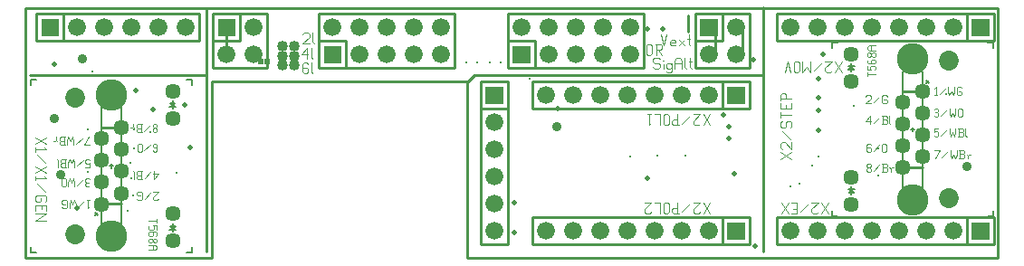
<source format=gbr>
G04 This is an RS-274x file exported by *
G04 gerbv version 2.7.0 *
G04 More information is available about gerbv at *
G04 http://gerbv.geda-project.org/ *
G04 --End of header info--*
%MOIN*%
%FSLAX36Y36*%
%IPPOS*%
G04 --Define apertures--*
%ADD10C,0.0100*%
%ADD11C,0.0060*%
%ADD12C,0.0030*%
%ADD13C,0.0040*%
%ADD14C,0.0050*%
%ADD15C,0.0038*%
%ADD16C,0.0729*%
%ADD17C,0.1162*%
%ADD18C,0.0572*%
%ADD19C,0.0001*%
%ADD20C,0.0660*%
%ADD21C,0.0400*%
%ADD22C,0.0510*%
%ADD23C,0.0940*%
%ADD24C,0.0350*%
%ADD25C,0.0380*%
%ADD26C,0.0200*%
%ADD27C,0.0130*%
G04 --Start main section--*
G54D10*
G01X0900000Y1000000D02*
G01X0900000Y0900000D01*
G01X0825000Y1070000D02*
G01X0825000Y0175000D01*
G01X0825000Y0825000D02*
G01X0175000Y0825000D01*
G54D11*
G01X0448580Y0356730D02*
G01X0432830Y0340980D01*
G01X0432830Y0356730D02*
G01X0448580Y0340980D01*
G54D10*
G01X2700000Y1000000D02*
G01X2700000Y0900000D01*
G01X2800000Y1000000D02*
G01X2800000Y0900000D01*
G01X2875000Y1075000D02*
G01X2875000Y0175000D01*
G01X2875000Y0825000D02*
G01X1810310Y0825000D01*
G01X2600000Y0984690D02*
G01X2600000Y1044690D01*
G01X1810310Y0825000D02*
G01X1785000Y0799690D01*
G54D11*
G01X3451420Y0758430D02*
G01X3467170Y0774170D01*
G01X3467170Y0758430D02*
G01X3451420Y0774170D01*
G54D10*
G01X0170000Y1070000D02*
G01X0825000Y1070000D01*
G54D12*
G01X3257740Y0835040D02*
G01X3257740Y0820040D01*
G01X3257740Y0827540D02*
G01X3287740Y0827540D01*
G01X3257740Y0859040D02*
G01X3257740Y0844040D01*
G01X3257740Y0844040D02*
G01X3272740Y0844040D01*
G01X3272740Y0844040D02*
G01X3268990Y0847790D01*
G01X3268990Y0855290D02*
G01X3268990Y0847790D01*
G01X3268990Y0855290D02*
G01X3272740Y0859040D01*
G01X3272740Y0859040D02*
G01X3283990Y0859040D01*
G01X3287740Y0855290D02*
G01X3283990Y0859040D01*
G01X3287740Y0855290D02*
G01X3287740Y0847790D01*
G01X3283990Y0844040D02*
G01X3287740Y0847790D01*
G01X3257740Y0879290D02*
G01X3261490Y0883040D01*
G01X3257740Y0879290D02*
G01X3257740Y0871790D01*
G01X3261490Y0868040D02*
G01X3257740Y0871790D01*
G01X3261490Y0868040D02*
G01X3283990Y0868040D01*
G01X3283990Y0868040D02*
G01X3287740Y0871790D01*
G01X3271240Y0879290D02*
G01X3274990Y0883040D01*
G01X3271240Y0879290D02*
G01X3271240Y0868040D01*
G01X3287740Y0879290D02*
G01X3287740Y0871790D01*
G01X3287740Y0879290D02*
G01X3283990Y0883040D01*
G01X3274990Y0883040D02*
G01X3283990Y0883040D01*
G01X3283990Y0892040D02*
G01X3287740Y0895790D01*
G01X3277990Y0892040D02*
G01X3283990Y0892040D01*
G01X3277990Y0892040D02*
G01X3272740Y0897290D01*
G01X3272740Y0901790D02*
G01X3272740Y0897290D01*
G01X3272740Y0901790D02*
G01X3277990Y0907040D01*
G01X3277990Y0907040D02*
G01X3283990Y0907040D01*
G01X3287740Y0903290D02*
G01X3283990Y0907040D01*
G01X3287740Y0903290D02*
G01X3287740Y0895790D01*
G01X3267490Y0892040D02*
G01X3272740Y0897290D01*
G01X3261490Y0892040D02*
G01X3267490Y0892040D01*
G01X3261490Y0892040D02*
G01X3257740Y0895790D01*
G01X3257740Y0903290D02*
G01X3257740Y0895790D01*
G01X3257740Y0903290D02*
G01X3261490Y0907040D01*
G01X3261490Y0907040D02*
G01X3267490Y0907040D01*
G01X3272740Y0901790D02*
G01X3267490Y0907040D01*
G01X3265240Y0916040D02*
G01X3287740Y0916040D01*
G01X3265240Y0916040D02*
G01X3257740Y0921290D01*
G01X3257740Y0929540D02*
G01X3257740Y0921290D01*
G01X3257740Y0929540D02*
G01X3265240Y0934790D01*
G01X3265240Y0934790D02*
G01X3287740Y0934790D01*
G01X3272740Y0934790D02*
G01X3272740Y0916040D01*
G01X3252800Y0746390D02*
G01X3256550Y0750140D01*
G01X3256550Y0750140D02*
G01X3267800Y0750140D01*
G01X3267800Y0750140D02*
G01X3271550Y0746390D01*
G01X3271550Y0746390D02*
G01X3271550Y0738890D01*
G01X3252800Y0720140D02*
G01X3271550Y0738890D01*
G01X3252800Y0720140D02*
G01X3271550Y0720140D01*
G01X3280550Y0723890D02*
G01X3303050Y0746390D01*
G01X3327050Y0750140D02*
G01X3330800Y0746390D01*
G01X3315800Y0750140D02*
G01X3327050Y0750140D01*
G01X3312050Y0746390D02*
G01X3315800Y0750140D01*
G01X3312050Y0746390D02*
G01X3312050Y0723890D01*
G01X3312050Y0723890D02*
G01X3315800Y0720140D01*
G01X3315800Y0720140D02*
G01X3327050Y0720140D01*
G01X3327050Y0720140D02*
G01X3330800Y0723890D01*
G01X3330800Y0731390D02*
G01X3330800Y0723890D01*
G01X3327050Y0735140D02*
G01X3330800Y0731390D01*
G01X3319550Y0735140D02*
G01X3327050Y0735140D01*
G01X3252800Y0654810D02*
G01X3267800Y0673560D01*
G01X3252800Y0654810D02*
G01X3271550Y0654810D01*
G01X3267800Y0673560D02*
G01X3267800Y0643560D01*
G01X3280550Y0647310D02*
G01X3303050Y0669810D01*
G01X3312050Y0643560D02*
G01X3327050Y0643560D01*
G01X3327050Y0643560D02*
G01X3330800Y0647310D01*
G01X3330800Y0656310D02*
G01X3330800Y0647310D01*
G01X3327050Y0660060D02*
G01X3330800Y0656310D01*
G01X3315800Y0660060D02*
G01X3327050Y0660060D01*
G01X3315800Y0673560D02*
G01X3315800Y0643560D01*
G01X3312050Y0673560D02*
G01X3327050Y0673560D01*
G01X3327050Y0673560D02*
G01X3330800Y0669810D01*
G01X3330800Y0669810D02*
G01X3330800Y0663810D01*
G01X3327050Y0660060D02*
G01X3330800Y0663810D01*
G01X3339800Y0673560D02*
G01X3339800Y0647310D01*
G01X3339800Y0647310D02*
G01X3343550Y0643560D01*
G01X3267980Y0571990D02*
G01X3271730Y0568240D01*
G01X3260480Y0571990D02*
G01X3267980Y0571990D01*
G01X3256730Y0568240D02*
G01X3260480Y0571990D01*
G01X3256730Y0568240D02*
G01X3256730Y0545740D01*
G01X3256730Y0545740D02*
G01X3260480Y0541990D01*
G01X3267980Y0558490D02*
G01X3271730Y0554740D01*
G01X3256730Y0558490D02*
G01X3267980Y0558490D01*
G01X3260480Y0541990D02*
G01X3267980Y0541990D01*
G01X3267980Y0541990D02*
G01X3271730Y0545740D01*
G01X3271730Y0554740D02*
G01X3271730Y0545740D01*
G01X3280730Y0545740D02*
G01X3303230Y0568240D01*
G01X3312230Y0568240D02*
G01X3312230Y0545740D01*
G01X3312230Y0568240D02*
G01X3315980Y0571990D01*
G01X3315980Y0571990D02*
G01X3323480Y0571990D01*
G01X3323480Y0571990D02*
G01X3327230Y0568240D01*
G01X3327230Y0568240D02*
G01X3327230Y0545740D01*
G01X3323480Y0541990D02*
G01X3327230Y0545740D01*
G01X3315980Y0541990D02*
G01X3323480Y0541990D01*
G01X3312230Y0545740D02*
G01X3315980Y0541990D01*
G01X3256730Y0473100D02*
G01X3260480Y0469350D01*
G01X3256730Y0479100D02*
G01X3256730Y0473100D01*
G01X3256730Y0479100D02*
G01X3261980Y0484350D01*
G01X3261980Y0484350D02*
G01X3266480Y0484350D01*
G01X3266480Y0484350D02*
G01X3271730Y0479100D01*
G01X3271730Y0479100D02*
G01X3271730Y0473100D01*
G01X3267980Y0469350D02*
G01X3271730Y0473100D01*
G01X3260480Y0469350D02*
G01X3267980Y0469350D01*
G01X3256730Y0489600D02*
G01X3261980Y0484350D01*
G01X3256730Y0495600D02*
G01X3256730Y0489600D01*
G01X3256730Y0495600D02*
G01X3260480Y0499350D01*
G01X3260480Y0499350D02*
G01X3267980Y0499350D01*
G01X3267980Y0499350D02*
G01X3271730Y0495600D01*
G01X3271730Y0495600D02*
G01X3271730Y0489600D01*
G01X3266480Y0484350D02*
G01X3271730Y0489600D01*
G01X3280730Y0473100D02*
G01X3303230Y0495600D01*
G01X3312230Y0469350D02*
G01X3327230Y0469350D01*
G01X3327230Y0469350D02*
G01X3330980Y0473100D01*
G01X3330980Y0482100D02*
G01X3330980Y0473100D01*
G01X3327230Y0485850D02*
G01X3330980Y0482100D01*
G01X3315980Y0485850D02*
G01X3327230Y0485850D01*
G01X3315980Y0499350D02*
G01X3315980Y0469350D01*
G01X3312230Y0499350D02*
G01X3327230Y0499350D01*
G01X3327230Y0499350D02*
G01X3330980Y0495600D01*
G01X3330980Y0495600D02*
G01X3330980Y0489600D01*
G01X3327230Y0485850D02*
G01X3330980Y0489600D01*
G01X3343730Y0480600D02*
G01X3343730Y0469350D01*
G01X3343730Y0480600D02*
G01X3347480Y0484350D01*
G01X3347480Y0484350D02*
G01X3354980Y0484350D01*
G01X3339980Y0484350D02*
G01X3343730Y0480600D01*
G01X3504570Y0774850D02*
G01X3510570Y0780850D01*
G01X3510570Y0780850D02*
G01X3510570Y0750850D01*
G01X3504570Y0750850D02*
G01X3515820Y0750850D01*
G01X3524820Y0754600D02*
G01X3547320Y0777100D01*
G01X3556320Y0780850D02*
G01X3556320Y0765850D01*
G01X3556320Y0765850D02*
G01X3560070Y0750850D01*
G01X3560070Y0750850D02*
G01X3567570Y0765850D01*
G01X3567570Y0765850D02*
G01X3575070Y0750850D01*
G01X3575070Y0750850D02*
G01X3578820Y0765850D01*
G01X3578820Y0780850D02*
G01X3578820Y0765850D01*
G01X3602820Y0780850D02*
G01X3606570Y0777100D01*
G01X3591570Y0780850D02*
G01X3602820Y0780850D01*
G01X3587820Y0777100D02*
G01X3591570Y0780850D01*
G01X3587820Y0777100D02*
G01X3587820Y0754600D01*
G01X3587820Y0754600D02*
G01X3591570Y0750850D01*
G01X3591570Y0750850D02*
G01X3602820Y0750850D01*
G01X3602820Y0750850D02*
G01X3606570Y0754600D01*
G01X3606570Y0762100D02*
G01X3606570Y0754600D01*
G01X3602820Y0765850D02*
G01X3606570Y0762100D01*
G01X3595320Y0765850D02*
G01X3602820Y0765850D01*
G01X3505160Y0697570D02*
G01X3508910Y0701320D01*
G01X3508910Y0701320D02*
G01X3516410Y0701320D01*
G01X3516410Y0701320D02*
G01X3520160Y0697570D01*
G01X3516410Y0671320D02*
G01X3520160Y0675070D01*
G01X3508910Y0671320D02*
G01X3516410Y0671320D01*
G01X3505160Y0675070D02*
G01X3508910Y0671320D01*
G01X3508910Y0687820D02*
G01X3516410Y0687820D01*
G01X3520160Y0697570D02*
G01X3520160Y0691570D01*
G01X3520160Y0684070D02*
G01X3520160Y0675070D01*
G01X3520160Y0684070D02*
G01X3516410Y0687820D01*
G01X3520160Y0691570D02*
G01X3516410Y0687820D01*
G01X3529160Y0675070D02*
G01X3551660Y0697570D01*
G01X3560660Y0701320D02*
G01X3560660Y0686320D01*
G01X3560660Y0686320D02*
G01X3564410Y0671320D01*
G01X3564410Y0671320D02*
G01X3571910Y0686320D01*
G01X3571910Y0686320D02*
G01X3579410Y0671320D01*
G01X3579410Y0671320D02*
G01X3583160Y0686320D01*
G01X3583160Y0701320D02*
G01X3583160Y0686320D01*
G01X3592160Y0697570D02*
G01X3592160Y0675070D01*
G01X3592160Y0697570D02*
G01X3595910Y0701320D01*
G01X3595910Y0701320D02*
G01X3603410Y0701320D01*
G01X3603410Y0701320D02*
G01X3607160Y0697570D01*
G01X3607160Y0697570D02*
G01X3607160Y0675070D01*
G01X3603410Y0671320D02*
G01X3607160Y0675070D01*
G01X3595910Y0671320D02*
G01X3603410Y0671320D01*
G01X3592160Y0675070D02*
G01X3595910Y0671320D01*
G01X3505160Y0628680D02*
G01X3520160Y0628680D01*
G01X3505160Y0628680D02*
G01X3505160Y0613680D01*
G01X3505160Y0613680D02*
G01X3508910Y0617430D01*
G01X3508910Y0617430D02*
G01X3516410Y0617430D01*
G01X3516410Y0617430D02*
G01X3520160Y0613680D01*
G01X3520160Y0613680D02*
G01X3520160Y0602430D01*
G01X3516410Y0598680D02*
G01X3520160Y0602430D01*
G01X3508910Y0598680D02*
G01X3516410Y0598680D01*
G01X3505160Y0602430D02*
G01X3508910Y0598680D01*
G01X3529160Y0602430D02*
G01X3551660Y0624930D01*
G01X3560660Y0628680D02*
G01X3560660Y0613680D01*
G01X3560660Y0613680D02*
G01X3564410Y0598680D01*
G01X3564410Y0598680D02*
G01X3571910Y0613680D01*
G01X3571910Y0613680D02*
G01X3579410Y0598680D01*
G01X3579410Y0598680D02*
G01X3583160Y0613680D01*
G01X3583160Y0628680D02*
G01X3583160Y0613680D01*
G01X3592160Y0598680D02*
G01X3607160Y0598680D01*
G01X3607160Y0598680D02*
G01X3610910Y0602430D01*
G01X3610910Y0611430D02*
G01X3610910Y0602430D01*
G01X3607160Y0615180D02*
G01X3610910Y0611430D01*
G01X3595910Y0615180D02*
G01X3607160Y0615180D01*
G01X3595910Y0628680D02*
G01X3595910Y0598680D01*
G01X3592160Y0628680D02*
G01X3607160Y0628680D01*
G01X3607160Y0628680D02*
G01X3610910Y0624930D01*
G01X3610910Y0624930D02*
G01X3610910Y0618930D01*
G01X3607160Y0615180D02*
G01X3610910Y0618930D01*
G01X3619910Y0628680D02*
G01X3619910Y0602430D01*
G01X3619910Y0602430D02*
G01X3623660Y0598680D01*
G01X3508910Y0518170D02*
G01X3523910Y0548170D01*
G01X3505160Y0548170D02*
G01X3523910Y0548170D01*
G01X3532910Y0521920D02*
G01X3555410Y0544420D01*
G01X3564410Y0548170D02*
G01X3564410Y0533170D01*
G01X3564410Y0533170D02*
G01X3568160Y0518170D01*
G01X3568160Y0518170D02*
G01X3575660Y0533170D01*
G01X3575660Y0533170D02*
G01X3583160Y0518170D01*
G01X3583160Y0518170D02*
G01X3586910Y0533170D01*
G01X3586910Y0548170D02*
G01X3586910Y0533170D01*
G01X3595910Y0518170D02*
G01X3610910Y0518170D01*
G01X3610910Y0518170D02*
G01X3614660Y0521920D01*
G01X3614660Y0530920D02*
G01X3614660Y0521920D01*
G01X3610910Y0534670D02*
G01X3614660Y0530920D01*
G01X3599660Y0534670D02*
G01X3610910Y0534670D01*
G01X3599660Y0548170D02*
G01X3599660Y0518170D01*
G01X3595910Y0548170D02*
G01X3610910Y0548170D01*
G01X3610910Y0548170D02*
G01X3614660Y0544420D01*
G01X3614660Y0544420D02*
G01X3614660Y0538420D01*
G01X3610910Y0534670D02*
G01X3614660Y0538420D01*
G01X3627410Y0529420D02*
G01X3627410Y0518170D01*
G01X3627410Y0529420D02*
G01X3631160Y0533170D01*
G01X3631160Y0533170D02*
G01X3638660Y0533170D01*
G01X3623660Y0533170D02*
G01X3627410Y0529420D01*
G54D13*
G01X2500000Y0974690D02*
G01X2510000Y0934690D01*
G01X2510000Y0934690D02*
G01X2520000Y0974690D01*
G01X2537000Y0934690D02*
G01X2552000Y0934690D01*
G01X2532000Y0939690D02*
G01X2537000Y0934690D01*
G01X2532000Y0949690D02*
G01X2532000Y0939690D01*
G01X2532000Y0949690D02*
G01X2537000Y0954690D01*
G01X2537000Y0954690D02*
G01X2547000Y0954690D01*
G01X2547000Y0954690D02*
G01X2552000Y0949690D01*
G01X2532000Y0944690D02*
G01X2552000Y0944690D01*
G01X2552000Y0949690D02*
G01X2552000Y0944690D01*
G01X2564000Y0954690D02*
G01X2584000Y0934690D01*
G01X2564000Y0934690D02*
G01X2584000Y0954690D01*
G01X2601000Y0974690D02*
G01X2601000Y0939690D01*
G01X2601000Y0939690D02*
G01X2606000Y0934690D01*
G01X2596000Y0959690D02*
G01X2606000Y0959690D01*
G01X2445000Y0934690D02*
G01X2445000Y0904690D01*
G01X2445000Y0934690D02*
G01X2450000Y0939690D01*
G01X2450000Y0939690D02*
G01X2460000Y0939690D01*
G01X2460000Y0939690D02*
G01X2465000Y0934690D01*
G01X2465000Y0934690D02*
G01X2465000Y0904690D01*
G01X2460000Y0899690D02*
G01X2465000Y0904690D01*
G01X2450000Y0899690D02*
G01X2460000Y0899690D01*
G01X2445000Y0904690D02*
G01X2450000Y0899690D01*
G01X2477000Y0939690D02*
G01X2497000Y0939690D01*
G01X2497000Y0939690D02*
G01X2502000Y0934690D01*
G01X2502000Y0934690D02*
G01X2502000Y0924690D01*
G01X2497000Y0919690D02*
G01X2502000Y0924690D01*
G01X2482000Y0919690D02*
G01X2497000Y0919690D01*
G01X2482000Y0939690D02*
G01X2482000Y0899690D01*
G01X2490000Y0919690D02*
G01X2502000Y0899690D01*
G01X2490000Y0889690D02*
G01X2495000Y0884690D01*
G01X2475000Y0889690D02*
G01X2490000Y0889690D01*
G01X2470000Y0884690D02*
G01X2475000Y0889690D01*
G01X2470000Y0884690D02*
G01X2470000Y0874690D01*
G01X2470000Y0874690D02*
G01X2475000Y0869690D01*
G01X2475000Y0869690D02*
G01X2490000Y0869690D01*
G01X2490000Y0869690D02*
G01X2495000Y0864690D01*
G01X2495000Y0864690D02*
G01X2495000Y0854690D01*
G01X2490000Y0849690D02*
G01X2495000Y0854690D01*
G01X2475000Y0849690D02*
G01X2490000Y0849690D01*
G01X2470000Y0854690D02*
G01X2475000Y0849690D01*
G54D14*
G01X2507000Y0879690D02*
G01X2507000Y0878690D01*
G54D13*
G01X2507000Y0864690D02*
G01X2507000Y0849690D01*
G01X2532000Y0869690D02*
G01X2537000Y0864690D01*
G01X2522000Y0869690D02*
G01X2532000Y0869690D01*
G01X2517000Y0864690D02*
G01X2522000Y0869690D01*
G01X2517000Y0864690D02*
G01X2517000Y0854690D01*
G01X2517000Y0854690D02*
G01X2522000Y0849690D01*
G01X2522000Y0849690D02*
G01X2532000Y0849690D01*
G01X2532000Y0849690D02*
G01X2537000Y0854690D01*
G01X2517000Y0839690D02*
G01X2522000Y0834690D01*
G01X2522000Y0834690D02*
G01X2532000Y0834690D01*
G01X2532000Y0834690D02*
G01X2537000Y0839690D01*
G01X2537000Y0869690D02*
G01X2537000Y0839690D01*
G01X2549000Y0879690D02*
G01X2549000Y0849690D01*
G01X2549000Y0879690D02*
G01X2556000Y0889690D01*
G01X2556000Y0889690D02*
G01X2567000Y0889690D01*
G01X2567000Y0889690D02*
G01X2574000Y0879690D01*
G01X2574000Y0879690D02*
G01X2574000Y0849690D01*
G01X2549000Y0869690D02*
G01X2574000Y0869690D01*
G01X2586000Y0889690D02*
G01X2586000Y0854690D01*
G01X2586000Y0854690D02*
G01X2591000Y0849690D01*
G01X2606000Y0889690D02*
G01X2606000Y0854690D01*
G01X2606000Y0854690D02*
G01X2611000Y0849690D01*
G01X2601000Y0874690D02*
G01X2611000Y0874690D01*
G54D12*
G01X0395430Y0340310D02*
G01X0389430Y0334310D01*
G01X0389430Y0364310D02*
G01X0389430Y0334310D01*
G01X0384180Y0364310D02*
G01X0395430Y0364310D01*
G01X0375180Y0360560D02*
G01X0352680Y0338060D01*
G01X0343680Y0349310D02*
G01X0343680Y0334310D01*
G01X0343680Y0349310D02*
G01X0339930Y0364310D01*
G01X0339930Y0364310D02*
G01X0332430Y0349310D01*
G01X0332430Y0349310D02*
G01X0324930Y0364310D01*
G01X0324930Y0364310D02*
G01X0321180Y0349310D01*
G01X0321180Y0349310D02*
G01X0321180Y0334310D01*
G01X0297180Y0334310D02*
G01X0293430Y0338060D01*
G01X0297180Y0334310D02*
G01X0308430Y0334310D01*
G01X0312180Y0338060D02*
G01X0308430Y0334310D01*
G01X0312180Y0360560D02*
G01X0312180Y0338060D01*
G01X0312180Y0360560D02*
G01X0308430Y0364310D01*
G01X0297180Y0364310D02*
G01X0308430Y0364310D01*
G01X0297180Y0364310D02*
G01X0293430Y0360560D01*
G01X0293430Y0360560D02*
G01X0293430Y0353060D01*
G01X0297180Y0349310D02*
G01X0293430Y0353060D01*
G01X0297180Y0349310D02*
G01X0304680Y0349310D01*
G01X0394840Y0417590D02*
G01X0391090Y0413840D01*
G01X0383590Y0413840D02*
G01X0391090Y0413840D01*
G01X0383590Y0413840D02*
G01X0379840Y0417590D01*
G01X0383590Y0443840D02*
G01X0379840Y0440090D01*
G01X0383590Y0443840D02*
G01X0391090Y0443840D01*
G01X0394840Y0440090D02*
G01X0391090Y0443840D01*
G01X0383590Y0427340D02*
G01X0391090Y0427340D01*
G01X0379840Y0423590D02*
G01X0379840Y0417590D01*
G01X0379840Y0440090D02*
G01X0379840Y0431090D01*
G01X0379840Y0431090D02*
G01X0383590Y0427340D01*
G01X0379840Y0423590D02*
G01X0383590Y0427340D01*
G01X0370840Y0440090D02*
G01X0348340Y0417590D01*
G01X0339340Y0428840D02*
G01X0339340Y0413840D01*
G01X0339340Y0428840D02*
G01X0335590Y0443840D01*
G01X0335590Y0443840D02*
G01X0328090Y0428840D01*
G01X0328090Y0428840D02*
G01X0320590Y0443840D01*
G01X0320590Y0443840D02*
G01X0316840Y0428840D01*
G01X0316840Y0428840D02*
G01X0316840Y0413840D01*
G01X0307840Y0440090D02*
G01X0307840Y0417590D01*
G01X0307840Y0417590D02*
G01X0304090Y0413840D01*
G01X0296590Y0413840D02*
G01X0304090Y0413840D01*
G01X0296590Y0413840D02*
G01X0292840Y0417590D01*
G01X0292840Y0440090D02*
G01X0292840Y0417590D01*
G01X0296590Y0443840D02*
G01X0292840Y0440090D01*
G01X0296590Y0443840D02*
G01X0304090Y0443840D01*
G01X0307840Y0440090D02*
G01X0304090Y0443840D01*
G01X0379840Y0486480D02*
G01X0394840Y0486480D01*
G01X0394840Y0501480D02*
G01X0394840Y0486480D01*
G01X0394840Y0501480D02*
G01X0391090Y0497730D01*
G01X0383590Y0497730D02*
G01X0391090Y0497730D01*
G01X0383590Y0497730D02*
G01X0379840Y0501480D01*
G01X0379840Y0512730D02*
G01X0379840Y0501480D01*
G01X0383590Y0516480D02*
G01X0379840Y0512730D01*
G01X0383590Y0516480D02*
G01X0391090Y0516480D01*
G01X0394840Y0512730D02*
G01X0391090Y0516480D01*
G01X0370840Y0512730D02*
G01X0348340Y0490230D01*
G01X0339340Y0501480D02*
G01X0339340Y0486480D01*
G01X0339340Y0501480D02*
G01X0335590Y0516480D01*
G01X0335590Y0516480D02*
G01X0328090Y0501480D01*
G01X0328090Y0501480D02*
G01X0320590Y0516480D01*
G01X0320590Y0516480D02*
G01X0316840Y0501480D01*
G01X0316840Y0501480D02*
G01X0316840Y0486480D01*
G01X0292840Y0516480D02*
G01X0307840Y0516480D01*
G01X0292840Y0516480D02*
G01X0289090Y0512730D01*
G01X0289090Y0512730D02*
G01X0289090Y0503730D01*
G01X0292840Y0499980D02*
G01X0289090Y0503730D01*
G01X0292840Y0499980D02*
G01X0304090Y0499980D01*
G01X0304090Y0516480D02*
G01X0304090Y0486480D01*
G01X0292840Y0486480D02*
G01X0307840Y0486480D01*
G01X0292840Y0486480D02*
G01X0289090Y0490230D01*
G01X0289090Y0496230D02*
G01X0289090Y0490230D01*
G01X0292840Y0499980D02*
G01X0289090Y0496230D01*
G01X0280090Y0512730D02*
G01X0280090Y0486480D01*
G01X0280090Y0512730D02*
G01X0276340Y0516480D01*
G01X0642260Y0295120D02*
G01X0642260Y0280120D01*
G01X0612260Y0287620D02*
G01X0642260Y0287620D01*
G01X0642260Y0271120D02*
G01X0642260Y0256120D01*
G01X0627260Y0271120D02*
G01X0642260Y0271120D01*
G01X0627260Y0271120D02*
G01X0631010Y0267370D01*
G01X0631010Y0267370D02*
G01X0631010Y0259870D01*
G01X0631010Y0259870D02*
G01X0627260Y0256120D01*
G01X0616010Y0256120D02*
G01X0627260Y0256120D01*
G01X0612260Y0259870D02*
G01X0616010Y0256120D01*
G01X0612260Y0267370D02*
G01X0612260Y0259870D01*
G01X0616010Y0271120D02*
G01X0612260Y0267370D01*
G01X0642260Y0235870D02*
G01X0638510Y0232120D01*
G01X0642260Y0243370D02*
G01X0642260Y0235870D01*
G01X0638510Y0247120D02*
G01X0642260Y0243370D01*
G01X0616010Y0247120D02*
G01X0638510Y0247120D01*
G01X0616010Y0247120D02*
G01X0612260Y0243370D01*
G01X0628760Y0235870D02*
G01X0625010Y0232120D01*
G01X0628760Y0247120D02*
G01X0628760Y0235870D01*
G01X0612260Y0243370D02*
G01X0612260Y0235870D01*
G01X0612260Y0235870D02*
G01X0616010Y0232120D01*
G01X0616010Y0232120D02*
G01X0625010Y0232120D01*
G01X0616010Y0223120D02*
G01X0612260Y0219370D01*
G01X0616010Y0223120D02*
G01X0622010Y0223120D01*
G01X0622010Y0223120D02*
G01X0627260Y0217870D01*
G01X0627260Y0217870D02*
G01X0627260Y0213370D01*
G01X0627260Y0213370D02*
G01X0622010Y0208120D01*
G01X0616010Y0208120D02*
G01X0622010Y0208120D01*
G01X0612260Y0211870D02*
G01X0616010Y0208120D01*
G01X0612260Y0219370D02*
G01X0612260Y0211870D01*
G01X0632510Y0223120D02*
G01X0627260Y0217870D01*
G01X0632510Y0223120D02*
G01X0638510Y0223120D01*
G01X0638510Y0223120D02*
G01X0642260Y0219370D01*
G01X0642260Y0219370D02*
G01X0642260Y0211870D01*
G01X0642260Y0211870D02*
G01X0638510Y0208120D01*
G01X0632510Y0208120D02*
G01X0638510Y0208120D01*
G01X0627260Y0213370D02*
G01X0632510Y0208120D01*
G01X0612260Y0199120D02*
G01X0634760Y0199120D01*
G01X0634760Y0199120D02*
G01X0642260Y0193870D01*
G01X0642260Y0193870D02*
G01X0642260Y0185620D01*
G01X0642260Y0185620D02*
G01X0634760Y0180370D01*
G01X0612260Y0180370D02*
G01X0634760Y0180370D01*
G01X0627260Y0199120D02*
G01X0627260Y0180370D01*
G01X0647200Y0368770D02*
G01X0643450Y0365020D01*
G01X0632200Y0365020D02*
G01X0643450Y0365020D01*
G01X0632200Y0365020D02*
G01X0628450Y0368770D01*
G01X0628450Y0376270D02*
G01X0628450Y0368770D01*
G01X0647200Y0395020D02*
G01X0628450Y0376270D01*
G01X0628450Y0395020D02*
G01X0647200Y0395020D01*
G01X0619450Y0391270D02*
G01X0596950Y0368770D01*
G01X0572950Y0365020D02*
G01X0569200Y0368770D01*
G01X0572950Y0365020D02*
G01X0584200Y0365020D01*
G01X0587950Y0368770D02*
G01X0584200Y0365020D01*
G01X0587950Y0391270D02*
G01X0587950Y0368770D01*
G01X0587950Y0391270D02*
G01X0584200Y0395020D01*
G01X0572950Y0395020D02*
G01X0584200Y0395020D01*
G01X0572950Y0395020D02*
G01X0569200Y0391270D01*
G01X0569200Y0391270D02*
G01X0569200Y0383770D01*
G01X0572950Y0380020D02*
G01X0569200Y0383770D01*
G01X0572950Y0380020D02*
G01X0580450Y0380020D01*
G01X0647200Y0460340D02*
G01X0632200Y0441590D01*
G01X0628450Y0460340D02*
G01X0647200Y0460340D01*
G01X0632200Y0471590D02*
G01X0632200Y0441590D01*
G01X0619450Y0467840D02*
G01X0596950Y0445340D01*
G01X0572950Y0471590D02*
G01X0587950Y0471590D01*
G01X0572950Y0471590D02*
G01X0569200Y0467840D01*
G01X0569200Y0467840D02*
G01X0569200Y0458840D01*
G01X0572950Y0455090D02*
G01X0569200Y0458840D01*
G01X0572950Y0455090D02*
G01X0584200Y0455090D01*
G01X0584200Y0471590D02*
G01X0584200Y0441590D01*
G01X0572950Y0441590D02*
G01X0587950Y0441590D01*
G01X0572950Y0441590D02*
G01X0569200Y0445340D01*
G01X0569200Y0451340D02*
G01X0569200Y0445340D01*
G01X0572950Y0455090D02*
G01X0569200Y0451340D01*
G01X0560200Y0467840D02*
G01X0560200Y0441590D01*
G01X0560200Y0467840D02*
G01X0556450Y0471590D01*
G01X0632020Y0543170D02*
G01X0628270Y0546920D01*
G01X0632020Y0543170D02*
G01X0639520Y0543170D01*
G01X0643270Y0546920D02*
G01X0639520Y0543170D01*
G01X0643270Y0569420D02*
G01X0643270Y0546920D01*
G01X0643270Y0569420D02*
G01X0639520Y0573170D01*
G01X0632020Y0556670D02*
G01X0628270Y0560420D01*
G01X0632020Y0556670D02*
G01X0643270Y0556670D01*
G01X0632020Y0573170D02*
G01X0639520Y0573170D01*
G01X0632020Y0573170D02*
G01X0628270Y0569420D01*
G01X0628270Y0569420D02*
G01X0628270Y0560420D01*
G01X0619270Y0569420D02*
G01X0596770Y0546920D01*
G01X0587770Y0569420D02*
G01X0587770Y0546920D01*
G01X0587770Y0546920D02*
G01X0584020Y0543170D01*
G01X0576520Y0543170D02*
G01X0584020Y0543170D01*
G01X0576520Y0543170D02*
G01X0572770Y0546920D01*
G01X0572770Y0569420D02*
G01X0572770Y0546920D01*
G01X0576520Y0573170D02*
G01X0572770Y0569420D01*
G01X0576520Y0573170D02*
G01X0584020Y0573170D01*
G01X0587770Y0569420D02*
G01X0584020Y0573170D01*
G01X0391090Y0596990D02*
G01X0376090Y0566990D01*
G01X0376090Y0566990D02*
G01X0394840Y0566990D01*
G01X0367090Y0593240D02*
G01X0344590Y0570740D01*
G01X0335590Y0581990D02*
G01X0335590Y0566990D01*
G01X0335590Y0581990D02*
G01X0331840Y0596990D01*
G01X0331840Y0596990D02*
G01X0324340Y0581990D01*
G01X0324340Y0581990D02*
G01X0316840Y0596990D01*
G01X0316840Y0596990D02*
G01X0313090Y0581990D01*
G01X0313090Y0581990D02*
G01X0313090Y0566990D01*
G01X0289090Y0596990D02*
G01X0304090Y0596990D01*
G01X0289090Y0596990D02*
G01X0285340Y0593240D01*
G01X0285340Y0593240D02*
G01X0285340Y0584240D01*
G01X0289090Y0580490D02*
G01X0285340Y0584240D01*
G01X0289090Y0580490D02*
G01X0300340Y0580490D01*
G01X0300340Y0596990D02*
G01X0300340Y0566990D01*
G01X0289090Y0566990D02*
G01X0304090Y0566990D01*
G01X0289090Y0566990D02*
G01X0285340Y0570740D01*
G01X0285340Y0576740D02*
G01X0285340Y0570740D01*
G01X0289090Y0580490D02*
G01X0285340Y0576740D01*
G01X0272590Y0596990D02*
G01X0272590Y0585740D01*
G01X0272590Y0585740D02*
G01X0268840Y0581990D01*
G01X0261340Y0581990D02*
G01X0268840Y0581990D01*
G01X0276340Y0581990D02*
G01X0272590Y0585740D01*
G01X0643270Y0642060D02*
G01X0639520Y0645810D01*
G01X0643270Y0642060D02*
G01X0643270Y0636060D01*
G01X0643270Y0636060D02*
G01X0638020Y0630810D01*
G01X0633520Y0630810D02*
G01X0638020Y0630810D01*
G01X0633520Y0630810D02*
G01X0628270Y0636060D01*
G01X0628270Y0642060D02*
G01X0628270Y0636060D01*
G01X0632020Y0645810D02*
G01X0628270Y0642060D01*
G01X0632020Y0645810D02*
G01X0639520Y0645810D01*
G01X0643270Y0625560D02*
G01X0638020Y0630810D01*
G01X0643270Y0625560D02*
G01X0643270Y0619560D01*
G01X0643270Y0619560D02*
G01X0639520Y0615810D01*
G01X0632020Y0615810D02*
G01X0639520Y0615810D01*
G01X0632020Y0615810D02*
G01X0628270Y0619560D01*
G01X0628270Y0625560D02*
G01X0628270Y0619560D01*
G01X0633520Y0630810D02*
G01X0628270Y0625560D01*
G01X0619270Y0642060D02*
G01X0596770Y0619560D01*
G01X0572770Y0645810D02*
G01X0587770Y0645810D01*
G01X0572770Y0645810D02*
G01X0569020Y0642060D01*
G01X0569020Y0642060D02*
G01X0569020Y0633060D01*
G01X0572770Y0629310D02*
G01X0569020Y0633060D01*
G01X0572770Y0629310D02*
G01X0584020Y0629310D01*
G01X0584020Y0645810D02*
G01X0584020Y0615810D01*
G01X0572770Y0615810D02*
G01X0587770Y0615810D01*
G01X0572770Y0615810D02*
G01X0569020Y0619560D01*
G01X0569020Y0625560D02*
G01X0569020Y0619560D01*
G01X0572770Y0629310D02*
G01X0569020Y0625560D01*
G01X0556270Y0645810D02*
G01X0556270Y0634560D01*
G01X0556270Y0634560D02*
G01X0552520Y0630810D01*
G01X0545020Y0630810D02*
G01X0552520Y0630810D01*
G01X0560020Y0630810D02*
G01X0556270Y0634560D01*
G54D15*
G01X1194400Y0870400D02*
G01X1199200Y0865600D01*
G01X1184800Y0870400D02*
G01X1194400Y0870400D01*
G01X1180000Y0865600D02*
G01X1184800Y0870400D01*
G01X1180000Y0865600D02*
G01X1180000Y0836800D01*
G01X1180000Y0836800D02*
G01X1184800Y0832000D01*
G01X1194400Y0853120D02*
G01X1199200Y0848320D01*
G01X1180000Y0853120D02*
G01X1194400Y0853120D01*
G01X1184800Y0832000D02*
G01X1194400Y0832000D01*
G01X1194400Y0832000D02*
G01X1199200Y0836800D01*
G01X1199200Y0848320D02*
G01X1199200Y0836800D01*
G01X1210720Y0870400D02*
G01X1210720Y0836800D01*
G01X1210720Y0836800D02*
G01X1215520Y0832000D01*
G01X1175000Y0901050D02*
G01X1194400Y0925300D01*
G01X1175000Y0901050D02*
G01X1199250Y0901050D01*
G01X1194400Y0925300D02*
G01X1194400Y0886500D01*
G01X1210890Y0925300D02*
G01X1210890Y0891350D01*
G01X1210890Y0891350D02*
G01X1215740Y0886500D01*
G01X1180000Y0975600D02*
G01X1184800Y0980400D01*
G01X1184800Y0980400D02*
G01X1199200Y0980400D01*
G01X1199200Y0980400D02*
G01X1204000Y0975600D01*
G01X1204000Y0975600D02*
G01X1204000Y0966000D01*
G01X1180000Y0942000D02*
G01X1204000Y0966000D01*
G01X1180000Y0942000D02*
G01X1204000Y0942000D01*
G01X1215520Y0980400D02*
G01X1215520Y0946800D01*
G01X1215520Y0946800D02*
G01X1220320Y0942000D01*
G54D11*
G01X3200200Y0392720D02*
G01X3200200Y0384840D01*
G01X3200200Y0414370D02*
G01X3200200Y0406500D01*
G01X3188390Y0406500D02*
G01X3212010Y0406500D01*
G01X3190350Y0392720D02*
G01X3210040Y0392720D01*
G01X3200200Y0402560D02*
G01X3210040Y0392720D01*
G01X3190350Y0392720D02*
G01X3200200Y0402560D01*
G01X3189610Y0845670D02*
G01X3199450Y0855510D01*
G01X3199450Y0855510D02*
G01X3209290Y0845670D01*
G01X3189610Y0845670D02*
G01X3209290Y0845670D01*
G01X3187640Y0859450D02*
G01X3211260Y0859450D01*
G01X3199450Y0867320D02*
G01X3199450Y0859450D01*
G01X3199450Y0845670D02*
G01X3199450Y0837800D01*
G54D10*
G01X3389570Y0764760D02*
G01X3460430Y0764760D01*
G01X3389570Y0485240D02*
G01X3460430Y0485240D01*
G54D11*
G01X3460430Y0839570D02*
G01X3460430Y0408460D01*
G01X3389570Y0839570D02*
G01X3389570Y0408460D01*
G01X3425000Y0632870D02*
G01X3425000Y0617130D01*
G01X3417130Y0625000D02*
G01X3432870Y0625000D01*
G01X3700590Y0306100D02*
G01X3720280Y0306100D01*
G01X3720280Y0325790D02*
G01X3720280Y0306100D01*
G01X3700590Y0943900D02*
G01X3720280Y0943900D01*
G01X3720280Y0943900D02*
G01X3720280Y0924210D01*
G01X3129720Y0306100D02*
G01X3149410Y0306100D01*
G01X3129720Y0325790D02*
G01X3129720Y0306100D01*
G01X3129720Y0943900D02*
G01X3149410Y0943900D01*
G01X3129720Y0943900D02*
G01X3129720Y0924210D01*
G01X3476180Y0796260D02*
G01X3486020Y0806100D01*
G01X3486020Y0796260D02*
G01X3476180Y0806100D01*
G54D10*
G01X2025000Y0800000D02*
G01X2825000Y0800000D01*
G01X2025000Y0800000D02*
G01X2025000Y0700000D01*
G01X2025000Y0700000D02*
G01X2825000Y0700000D01*
G01X2825000Y0800000D02*
G01X2825000Y0700000D01*
G01X2725000Y0800000D02*
G01X2725000Y0700000D01*
G01X2725000Y0700000D02*
G01X2825000Y0700000D01*
G01X1935000Y0850000D02*
G01X2435000Y0850000D01*
G01X2435000Y1050000D02*
G01X2435000Y0850000D01*
G01X1935000Y1050000D02*
G01X2435000Y1050000D01*
G01X1935000Y1050000D02*
G01X1935000Y0850000D01*
G01X2035000Y0950000D02*
G01X2035000Y0850000D01*
G01X1935000Y0950000D02*
G01X2035000Y0950000D01*
G01X2625000Y1050000D02*
G01X2625000Y0850000D01*
G01X2625000Y0850000D02*
G01X2825000Y0850000D01*
G01X2825000Y0850000D02*
G01X2825000Y1050000D01*
G01X2825000Y1050000D02*
G01X2625000Y1050000D01*
G01X2625000Y0950000D02*
G01X2725000Y0950000D01*
G01X2725000Y0950000D02*
G01X2725000Y1050000D01*
G01X2025000Y0300000D02*
G01X2825000Y0300000D01*
G01X2025000Y0300000D02*
G01X2025000Y0200000D01*
G01X2025000Y0200000D02*
G01X2825000Y0200000D01*
G01X2825000Y0300000D02*
G01X2825000Y0200000D01*
G01X2725000Y0300000D02*
G01X2725000Y0200000D01*
G01X2725000Y0200000D02*
G01X2825000Y0200000D01*
G01X2925000Y0300000D02*
G01X3725000Y0300000D01*
G01X2925000Y0300000D02*
G01X2925000Y0200000D01*
G01X2925000Y0200000D02*
G01X3725000Y0200000D01*
G01X3725000Y0300000D02*
G01X3725000Y0200000D01*
G01X3625000Y0300000D02*
G01X3625000Y0200000D01*
G01X3625000Y0200000D02*
G01X3725000Y0200000D01*
G01X2925000Y1050000D02*
G01X3725000Y1050000D01*
G01X2925000Y1050000D02*
G01X2925000Y0950000D01*
G01X2925000Y0950000D02*
G01X3725000Y0950000D01*
G01X3725000Y1050000D02*
G01X3725000Y0950000D01*
G01X3625000Y1050000D02*
G01X3625000Y0950000D01*
G01X3625000Y0950000D02*
G01X3725000Y0950000D01*
G01X1835000Y0800000D02*
G01X1835000Y0200000D01*
G01X1835000Y0200000D02*
G01X1935000Y0200000D01*
G01X1935000Y0200000D02*
G01X1935000Y0800000D01*
G01X1935000Y0800000D02*
G01X1835000Y0800000D01*
G01X1835000Y0700000D02*
G01X1935000Y0700000D01*
G01X1935000Y0700000D02*
G01X1935000Y0800000D01*
G01X1240000Y0850000D02*
G01X1740000Y0850000D01*
G01X1740000Y1050000D02*
G01X1740000Y0850000D01*
G01X1240000Y1050000D02*
G01X1740000Y1050000D01*
G01X1240000Y1050000D02*
G01X1240000Y0850000D01*
G01X1340000Y0950000D02*
G01X1340000Y0850000D01*
G01X1240000Y0950000D02*
G01X1340000Y0950000D01*
G54D11*
G01X0700240Y0730390D02*
G01X0700240Y0722520D01*
G01X0700240Y0708740D02*
G01X0700240Y0700870D01*
G01X0688430Y0708740D02*
G01X0712050Y0708740D01*
G01X0690390Y0722520D02*
G01X0710080Y0722520D01*
G01X0700240Y0712680D02*
G01X0690390Y0722520D01*
G01X0710080Y0722520D02*
G01X0700240Y0712680D01*
G01X0710830Y0269570D02*
G01X0700980Y0259720D01*
G01X0700980Y0259720D02*
G01X0691140Y0269570D01*
G01X0691140Y0269570D02*
G01X0710830Y0269570D01*
G01X0689170Y0255790D02*
G01X0712800Y0255790D01*
G01X0700980Y0255790D02*
G01X0700980Y0247910D01*
G01X0700980Y0277440D02*
G01X0700980Y0269570D01*
G54D10*
G01X0440000Y0350470D02*
G01X0510870Y0350470D01*
G01X0440000Y0630000D02*
G01X0510870Y0630000D01*
G54D11*
G01X0440000Y0706770D02*
G01X0440000Y0275670D01*
G01X0510870Y0706770D02*
G01X0510870Y0275670D01*
G01X0475430Y0498110D02*
G01X0475430Y0482360D01*
G01X0467560Y0490240D02*
G01X0483310Y0490240D01*
G01X0180160Y0809130D02*
G01X0199840Y0809130D01*
G01X0180160Y0809130D02*
G01X0180160Y0789450D01*
G01X0180160Y0171340D02*
G01X0199840Y0171340D01*
G01X0180160Y0191020D02*
G01X0180160Y0171340D01*
G01X0751020Y0809130D02*
G01X0770710Y0809130D01*
G01X0770710Y0809130D02*
G01X0770710Y0789450D01*
G01X0751020Y0171340D02*
G01X0770710Y0171340D01*
G01X0770710Y0191020D02*
G01X0770710Y0171340D01*
G01X0424250Y0318980D02*
G01X0414410Y0309130D01*
G01X0414410Y0318980D02*
G01X0424250Y0309130D01*
G54D10*
G01X0200000Y0950000D02*
G01X0800000Y0950000D01*
G01X0800000Y1050000D02*
G01X0800000Y0950000D01*
G01X0200000Y1050000D02*
G01X0800000Y1050000D01*
G01X0200000Y1050000D02*
G01X0200000Y0950000D01*
G01X0300000Y1050000D02*
G01X0300000Y0950000D01*
G01X0200000Y1050000D02*
G01X0300000Y1050000D01*
G01X0850000Y1050000D02*
G01X0850000Y0850000D01*
G01X0850000Y0850000D02*
G01X1050000Y0850000D01*
G01X1050000Y0850000D02*
G01X1050000Y1050000D01*
G01X1050000Y1050000D02*
G01X0850000Y1050000D01*
G01X0850000Y0950000D02*
G01X0950000Y0950000D01*
G01X0950000Y0950000D02*
G01X0950000Y1050000D01*
G54D13*
G01X2980000Y0515000D02*
G01X2940000Y0540000D01*
G01X2940000Y0515000D02*
G01X2980000Y0540000D01*
G01X2945000Y0552000D02*
G01X2940000Y0557000D01*
G01X2940000Y0572000D02*
G01X2940000Y0557000D01*
G01X2940000Y0572000D02*
G01X2945000Y0577000D01*
G01X2945000Y0577000D02*
G01X2955000Y0577000D01*
G01X2980000Y0552000D02*
G01X2955000Y0577000D01*
G01X2980000Y0577000D02*
G01X2980000Y0552000D01*
G01X2975000Y0589000D02*
G01X2945000Y0619000D01*
G01X2940000Y0651000D02*
G01X2945000Y0656000D01*
G01X2940000Y0651000D02*
G01X2940000Y0636000D01*
G01X2945000Y0631000D02*
G01X2940000Y0636000D01*
G01X2945000Y0631000D02*
G01X2955000Y0631000D01*
G01X2955000Y0631000D02*
G01X2960000Y0636000D01*
G01X2960000Y0651000D02*
G01X2960000Y0636000D01*
G01X2960000Y0651000D02*
G01X2965000Y0656000D01*
G01X2965000Y0656000D02*
G01X2975000Y0656000D01*
G01X2980000Y0651000D02*
G01X2975000Y0656000D01*
G01X2980000Y0651000D02*
G01X2980000Y0636000D01*
G01X2975000Y0631000D02*
G01X2980000Y0636000D01*
G01X2940000Y0688000D02*
G01X2940000Y0668000D01*
G01X2940000Y0678000D02*
G01X2980000Y0678000D01*
G01X2958000Y0715000D02*
G01X2958000Y0700000D01*
G01X2980000Y0720000D02*
G01X2980000Y0700000D01*
G01X2940000Y0700000D02*
G01X2980000Y0700000D01*
G01X2940000Y0720000D02*
G01X2940000Y0700000D01*
G01X2940000Y0737000D02*
G01X2980000Y0737000D01*
G01X2940000Y0752000D02*
G01X2940000Y0732000D01*
G01X2940000Y0752000D02*
G01X2945000Y0757000D01*
G01X2945000Y0757000D02*
G01X2955000Y0757000D01*
G01X2960000Y0752000D02*
G01X2955000Y0757000D01*
G01X2960000Y0752000D02*
G01X2960000Y0737000D01*
G01X2680000Y0680000D02*
G01X2655000Y0640000D01*
G01X2680000Y0640000D02*
G01X2655000Y0680000D01*
G01X2643000Y0645000D02*
G01X2638000Y0640000D01*
G01X2623000Y0640000D02*
G01X2638000Y0640000D01*
G01X2623000Y0640000D02*
G01X2618000Y0645000D01*
G01X2618000Y0655000D02*
G01X2618000Y0645000D01*
G01X2643000Y0680000D02*
G01X2618000Y0655000D01*
G01X2618000Y0680000D02*
G01X2643000Y0680000D01*
G01X2606000Y0675000D02*
G01X2576000Y0645000D01*
G01X2559000Y0680000D02*
G01X2559000Y0640000D01*
G01X2544000Y0640000D02*
G01X2564000Y0640000D01*
G01X2544000Y0640000D02*
G01X2539000Y0645000D01*
G01X2539000Y0655000D02*
G01X2539000Y0645000D01*
G01X2544000Y0660000D02*
G01X2539000Y0655000D01*
G01X2544000Y0660000D02*
G01X2559000Y0660000D01*
G01X2527000Y0675000D02*
G01X2527000Y0645000D01*
G01X2527000Y0645000D02*
G01X2522000Y0640000D01*
G01X2512000Y0640000D02*
G01X2522000Y0640000D01*
G01X2512000Y0640000D02*
G01X2507000Y0645000D01*
G01X2507000Y0675000D02*
G01X2507000Y0645000D01*
G01X2512000Y0680000D02*
G01X2507000Y0675000D01*
G01X2512000Y0680000D02*
G01X2522000Y0680000D01*
G01X2527000Y0675000D02*
G01X2522000Y0680000D01*
G01X2495000Y0680000D02*
G01X2495000Y0640000D01*
G01X2475000Y0680000D02*
G01X2495000Y0680000D01*
G01X2463000Y0648000D02*
G01X2455000Y0640000D01*
G01X2455000Y0680000D02*
G01X2455000Y0640000D01*
G01X2448000Y0680000D02*
G01X2463000Y0680000D01*
G01X3165000Y0875000D02*
G01X3140000Y0835000D01*
G01X3165000Y0835000D02*
G01X3140000Y0875000D01*
G01X3128000Y0840000D02*
G01X3123000Y0835000D01*
G01X3108000Y0835000D02*
G01X3123000Y0835000D01*
G01X3108000Y0835000D02*
G01X3103000Y0840000D01*
G01X3103000Y0850000D02*
G01X3103000Y0840000D01*
G01X3128000Y0875000D02*
G01X3103000Y0850000D01*
G01X3103000Y0875000D02*
G01X3128000Y0875000D01*
G01X3091000Y0870000D02*
G01X3061000Y0840000D01*
G01X3049000Y0875000D02*
G01X3049000Y0835000D01*
G01X3049000Y0835000D02*
G01X3034000Y0855000D01*
G01X3034000Y0855000D02*
G01X3019000Y0835000D01*
G01X3019000Y0875000D02*
G01X3019000Y0835000D01*
G01X3007000Y0870000D02*
G01X3007000Y0840000D01*
G01X3007000Y0840000D02*
G01X3002000Y0835000D01*
G01X2992000Y0835000D02*
G01X3002000Y0835000D01*
G01X2992000Y0835000D02*
G01X2987000Y0840000D01*
G01X2987000Y0870000D02*
G01X2987000Y0840000D01*
G01X2992000Y0875000D02*
G01X2987000Y0870000D01*
G01X2992000Y0875000D02*
G01X3002000Y0875000D01*
G01X3007000Y0870000D02*
G01X3002000Y0875000D01*
G01X2975000Y0835000D02*
G01X2965000Y0875000D01*
G01X2965000Y0875000D02*
G01X2955000Y0835000D01*
G01X2680000Y0355000D02*
G01X2655000Y0315000D01*
G01X2680000Y0315000D02*
G01X2655000Y0355000D01*
G01X2643000Y0320000D02*
G01X2638000Y0315000D01*
G01X2623000Y0315000D02*
G01X2638000Y0315000D01*
G01X2623000Y0315000D02*
G01X2618000Y0320000D01*
G01X2618000Y0330000D02*
G01X2618000Y0320000D01*
G01X2643000Y0355000D02*
G01X2618000Y0330000D01*
G01X2618000Y0355000D02*
G01X2643000Y0355000D01*
G01X2606000Y0350000D02*
G01X2576000Y0320000D01*
G01X2559000Y0355000D02*
G01X2559000Y0315000D01*
G01X2544000Y0315000D02*
G01X2564000Y0315000D01*
G01X2544000Y0315000D02*
G01X2539000Y0320000D01*
G01X2539000Y0330000D02*
G01X2539000Y0320000D01*
G01X2544000Y0335000D02*
G01X2539000Y0330000D01*
G01X2544000Y0335000D02*
G01X2559000Y0335000D01*
G01X2527000Y0350000D02*
G01X2527000Y0320000D01*
G01X2527000Y0320000D02*
G01X2522000Y0315000D01*
G01X2512000Y0315000D02*
G01X2522000Y0315000D01*
G01X2512000Y0315000D02*
G01X2507000Y0320000D01*
G01X2507000Y0350000D02*
G01X2507000Y0320000D01*
G01X2512000Y0355000D02*
G01X2507000Y0350000D01*
G01X2512000Y0355000D02*
G01X2522000Y0355000D01*
G01X2527000Y0350000D02*
G01X2522000Y0355000D01*
G01X2495000Y0355000D02*
G01X2495000Y0315000D01*
G01X2475000Y0355000D02*
G01X2495000Y0355000D01*
G01X2463000Y0320000D02*
G01X2458000Y0315000D01*
G01X2443000Y0315000D02*
G01X2458000Y0315000D01*
G01X2443000Y0315000D02*
G01X2438000Y0320000D01*
G01X2438000Y0330000D02*
G01X2438000Y0320000D01*
G01X2463000Y0355000D02*
G01X2438000Y0330000D01*
G01X2438000Y0355000D02*
G01X2463000Y0355000D01*
G01X3115000Y0355000D02*
G01X3090000Y0315000D01*
G01X3115000Y0315000D02*
G01X3090000Y0355000D01*
G01X3078000Y0320000D02*
G01X3073000Y0315000D01*
G01X3058000Y0315000D02*
G01X3073000Y0315000D01*
G01X3058000Y0315000D02*
G01X3053000Y0320000D01*
G01X3053000Y0330000D02*
G01X3053000Y0320000D01*
G01X3078000Y0355000D02*
G01X3053000Y0330000D01*
G01X3053000Y0355000D02*
G01X3078000Y0355000D01*
G01X3041000Y0350000D02*
G01X3011000Y0320000D01*
G01X2984000Y0333000D02*
G01X2999000Y0333000D01*
G01X2979000Y0355000D02*
G01X2999000Y0355000D01*
G01X2999000Y0355000D02*
G01X2999000Y0315000D01*
G01X2979000Y0315000D02*
G01X2999000Y0315000D01*
G01X2967000Y0355000D02*
G01X2942000Y0315000D01*
G01X2967000Y0315000D02*
G01X2942000Y0355000D01*
G01X0195430Y0595240D02*
G01X0235430Y0570240D01*
G01X0235430Y0595240D02*
G01X0195430Y0570240D01*
G01X0227430Y0558240D02*
G01X0235430Y0550240D01*
G01X0195430Y0550240D02*
G01X0235430Y0550240D01*
G01X0195430Y0558240D02*
G01X0195430Y0543240D01*
G01X0200430Y0531240D02*
G01X0230430Y0501240D01*
G01X0195430Y0489240D02*
G01X0235430Y0464240D01*
G01X0235430Y0489240D02*
G01X0195430Y0464240D01*
G01X0227430Y0452240D02*
G01X0235430Y0444240D01*
G01X0195430Y0444240D02*
G01X0235430Y0444240D01*
G01X0195430Y0452240D02*
G01X0195430Y0437240D01*
G01X0200430Y0425240D02*
G01X0230430Y0395240D01*
G01X0235430Y0363240D02*
G01X0230430Y0358240D01*
G01X0235430Y0378240D02*
G01X0235430Y0363240D01*
G01X0230430Y0383240D02*
G01X0235430Y0378240D01*
G01X0200430Y0383240D02*
G01X0230430Y0383240D01*
G01X0200430Y0383240D02*
G01X0195430Y0378240D01*
G01X0195430Y0378240D02*
G01X0195430Y0363240D01*
G01X0195430Y0363240D02*
G01X0200430Y0358240D01*
G01X0200430Y0358240D02*
G01X0210430Y0358240D01*
G01X0215430Y0363240D02*
G01X0210430Y0358240D01*
G01X0215430Y0373240D02*
G01X0215430Y0363240D01*
G01X0217430Y0346240D02*
G01X0217430Y0331240D01*
G01X0195430Y0346240D02*
G01X0195430Y0326240D01*
G01X0195430Y0346240D02*
G01X0235430Y0346240D01*
G01X0235430Y0346240D02*
G01X0235430Y0326240D01*
G01X0195430Y0314240D02*
G01X0235430Y0314240D01*
G01X0235430Y0314240D02*
G01X0195430Y0289240D01*
G01X0195430Y0289240D02*
G01X0235430Y0289240D01*
G01X0000000Y0000000D02*
G54D10*
G01X3740000Y0150000D02*
G01X1785000Y0150000D01*
G01X3740000Y0150000D02*
G01X3740000Y1070000D01*
G01X1785000Y0800000D02*
G01X1785000Y0150000D01*
G01X0845000Y0800000D02*
G01X1785000Y0800000D01*
G01X0845000Y0150000D02*
G01X0845000Y0800000D01*
G01X0160000Y0150000D02*
G01X0845000Y0150000D01*
G01X0160000Y0150000D02*
G01X0160000Y1070000D01*
G01X0160000Y1070000D02*
G01X3740000Y1070000D01*
G01X0000000Y0000000D02*
G54D16*
G01X0340390Y0238270D03*
G54D17*
G01X0475430Y0230390D03*
G54D18*
G01X0440000Y0510310D03*
G01X0440000Y0430000D03*
G01X0440000Y0349690D03*
G01X0510870Y0470160D03*
G01X0510870Y0389840D03*
G01X0700240Y0214650D03*
G01X0700240Y0315040D03*
G54D19*
G36*
G01X1852000Y0783000D02*
G01X1852000Y0717000D01*
G01X1918000Y0717000D01*
G01X1918000Y0783000D01*
G01X1852000Y0783000D01*
G37*
G54D20*
G01X1885000Y0650000D03*
G01X1885000Y0550000D03*
G01X1885000Y0450000D03*
G01X1885000Y0350000D03*
G01X1885000Y0250000D03*
G54D19*
G36*
G01X1257000Y0933000D02*
G01X1257000Y0867000D01*
G01X1323000Y0867000D01*
G01X1323000Y0933000D01*
G01X1257000Y0933000D01*
G37*
G54D20*
G01X1390000Y0900000D03*
G01X1490000Y0900000D03*
G01X1590000Y0900000D03*
G01X1290000Y1000000D03*
G01X1390000Y1000000D03*
G01X1490000Y1000000D03*
G01X1590000Y1000000D03*
G01X1690000Y1000000D03*
G01X1985000Y1000000D03*
G01X1690000Y0900000D03*
G54D19*
G36*
G01X1952000Y0933000D02*
G01X1952000Y0867000D01*
G01X2018000Y0867000D01*
G01X2018000Y0933000D01*
G01X1952000Y0933000D01*
G37*
G54D20*
G01X2085000Y0900000D03*
G01X2085000Y1000000D03*
G54D19*
G36*
G01X0867000Y1033000D02*
G01X0867000Y0967000D01*
G01X0933000Y0967000D01*
G01X0933000Y1033000D01*
G01X0867000Y1033000D01*
G37*
G54D20*
G01X1000000Y1000000D03*
G01X0900000Y0900000D03*
G01X1000000Y0900000D03*
G54D18*
G01X0440000Y0590630D03*
G01X0510870Y0550470D03*
G01X0510870Y0630790D03*
G01X0700240Y0665430D03*
G01X0700240Y0765830D03*
G54D16*
G01X0340390Y0742200D03*
G54D17*
G01X0475430Y0750080D03*
G54D19*
G36*
G01X0217000Y1033000D02*
G01X0217000Y0967000D01*
G01X0283000Y0967000D01*
G01X0283000Y1033000D01*
G01X0217000Y1033000D01*
G37*
G54D20*
G01X0350000Y1000000D03*
G01X0450000Y1000000D03*
G01X0550000Y1000000D03*
G01X0650000Y1000000D03*
G01X0750000Y1000000D03*
G54D18*
G01X3389570Y0645080D03*
G54D16*
G01X3560040Y0876970D03*
G54D17*
G01X3425000Y0884840D03*
G54D18*
G01X3460430Y0604920D03*
G01X3460430Y0685240D03*
G01X3460430Y0765550D03*
G01X3200200Y0449800D03*
G01X3200200Y0349410D03*
G54D16*
G01X3560040Y0373030D03*
G54D17*
G01X3425000Y0365160D03*
G54D18*
G01X3460430Y0524610D03*
G01X3389570Y0564760D03*
G01X3389570Y0484450D03*
G54D19*
G36*
G01X2742000Y0283000D02*
G01X2742000Y0217000D01*
G01X2808000Y0217000D01*
G01X2808000Y0283000D01*
G01X2742000Y0283000D01*
G37*
G54D20*
G01X2675000Y0250000D03*
G01X2575000Y0250000D03*
G01X2475000Y0250000D03*
G01X2375000Y0250000D03*
G01X2275000Y0250000D03*
G01X2175000Y0250000D03*
G01X2075000Y0250000D03*
G54D19*
G36*
G01X3642000Y0283000D02*
G01X3642000Y0217000D01*
G01X3708000Y0217000D01*
G01X3708000Y0283000D01*
G01X3642000Y0283000D01*
G37*
G54D20*
G01X3575000Y0250000D03*
G01X3475000Y0250000D03*
G01X3375000Y0250000D03*
G01X3275000Y0250000D03*
G01X3175000Y0250000D03*
G01X3075000Y0250000D03*
G01X2975000Y0250000D03*
G54D18*
G01X3389570Y0725390D03*
G01X3200200Y0900590D03*
G01X3200200Y0800200D03*
G54D19*
G36*
G01X3642000Y1033000D02*
G01X3642000Y0967000D01*
G01X3708000Y0967000D01*
G01X3708000Y1033000D01*
G01X3642000Y1033000D01*
G37*
G54D20*
G01X3575000Y1000000D03*
G01X3475000Y1000000D03*
G01X3375000Y1000000D03*
G01X3275000Y1000000D03*
G01X3175000Y1000000D03*
G01X3075000Y1000000D03*
G01X2975000Y1000000D03*
G54D19*
G36*
G01X2742000Y0783000D02*
G01X2742000Y0717000D01*
G01X2808000Y0717000D01*
G01X2808000Y0783000D01*
G01X2742000Y0783000D01*
G37*
G54D20*
G01X2775000Y0900000D03*
G01X2775000Y1000000D03*
G01X2675000Y0750000D03*
G54D19*
G36*
G01X2642000Y1033000D02*
G01X2642000Y0967000D01*
G01X2708000Y0967000D01*
G01X2708000Y1033000D01*
G01X2642000Y1033000D01*
G37*
G54D20*
G01X2675000Y0900000D03*
G01X2575000Y0750000D03*
G01X2475000Y0750000D03*
G01X2375000Y0750000D03*
G01X2275000Y0750000D03*
G01X2385000Y0900000D03*
G01X2385000Y1000000D03*
G01X2175000Y0750000D03*
G01X2075000Y0750000D03*
G01X2185000Y0900000D03*
G01X2185000Y1000000D03*
G01X2285000Y0900000D03*
G01X2285000Y1000000D03*
G54D21*
G01X1105000Y0860000D03*
G01X1105000Y0895000D03*
G01X1105000Y0930000D03*
G01X1150000Y0860000D03*
G01X1150000Y0895000D03*
G01X1150000Y0930000D03*
G54D19*
G36*
G01X1037750Y0885870D02*
G01X1037750Y0864130D01*
G01X1059490Y0864130D01*
G01X1059490Y0885870D01*
G01X1037750Y0885870D01*
G37*
G36*
G01X1014130Y0885870D02*
G01X1014130Y0864130D01*
G01X1035870Y0864130D01*
G01X1035870Y0885870D01*
G01X1014130Y0885870D01*
G37*
G01X0000000Y0000000D02*
G54D27*
G01X0390000Y0624700D03*
G01X0390000Y0469700D03*
G01X0405000Y0839700D03*
G01X0535000Y0325000D03*
G01X0545000Y0500000D03*
G01X0550000Y0445000D03*
G01X0556000Y0383000D03*
G01X0557000Y0555000D03*
G01X0560000Y0625000D03*
G01X0620000Y0615000D03*
G01X0715000Y0465000D03*
G01X1105000Y0930000D03*
G01X1105000Y0895000D03*
G01X1105000Y0860000D03*
G01X1150000Y0930000D03*
G01X1150000Y0895000D03*
G01X1150000Y0860000D03*
G01X1783000Y0872000D03*
G01X1822000Y0872000D03*
G01X1870000Y0872000D03*
G01X1909000Y0872000D03*
G01X2015000Y0810000D03*
G01X2055000Y0820000D03*
G01X2160000Y0800000D03*
G01X2385000Y0524700D03*
G01X2485000Y0529700D03*
G01X2590000Y0529700D03*
G01X2975000Y0415000D03*
G01X3010000Y0425000D03*
G01X3055000Y0490000D03*
G01X3080000Y0525000D03*
G01X3210000Y0710000D03*
G01X3300000Y0555000D03*
G01X3300000Y0455000D03*
G01X3550000Y0755000D03*
G54D26*
G01X0265000Y0865000D03*
G01X0350000Y0334700D03*
G01X0565000Y0769700D03*
G01X0630000Y0699300D03*
G01X0746000Y0716000D03*
G01X0764000Y0558000D03*
G01X1960000Y0354100D03*
G01X1960000Y0245000D03*
G01X2120000Y0700000D03*
G01X2450000Y0995000D03*
G01X2450000Y0444700D03*
G01X2505000Y0995000D03*
G01X2730000Y0679700D03*
G01X2750000Y0635000D03*
G01X2750000Y0590000D03*
G01X2770000Y0460000D03*
G01X2840000Y0880000D03*
G01X2845000Y0195000D03*
G01X3080000Y0810000D03*
G01X3080000Y0740000D03*
G01X3080000Y0695000D03*
G01X3080000Y0620000D03*
G01X3095000Y0900000D03*
G54D24*
G01X0265000Y0665000D03*
G01X0290000Y0459700D03*
G01X0370000Y0885000D03*
G01X2115000Y0634700D03*
G01X3625000Y0489700D03*
G01X0440000Y0590600D03*
G01X0440000Y0510300D03*
G01X0440000Y0430000D03*
G01X0440000Y0349700D03*
G01X0510900Y0630800D03*
G01X0510900Y0550500D03*
G01X0510900Y0470200D03*
G01X0510900Y0389800D03*
G01X0700200Y0765800D03*
G01X0700200Y0665400D03*
G01X0700200Y0315000D03*
G01X0700200Y0214600D03*
G01X3200200Y0900600D03*
G01X3200200Y0800200D03*
G01X3200200Y0449800D03*
G01X3200200Y0349400D03*
G01X3389600Y0725400D03*
G01X3389600Y0645100D03*
G01X3389600Y0564800D03*
G01X3389600Y0484400D03*
G01X3460400Y0765600D03*
G01X3460400Y0685200D03*
G01X3460400Y0604900D03*
G01X3460400Y0524600D03*
G54D25*
G01X0250000Y1000000D03*
G01X0350000Y1000000D03*
G01X0450000Y1000000D03*
G01X0550000Y1000000D03*
G01X0650000Y1000000D03*
G01X0750000Y1000000D03*
G01X0900000Y1000000D03*
G01X0900000Y0900000D03*
G01X1000000Y1000000D03*
G01X1000000Y0900000D03*
G01X1290000Y1000000D03*
G01X1290000Y0900000D03*
G01X1390000Y1000000D03*
G01X1390000Y0900000D03*
G01X1490000Y1000000D03*
G01X1490000Y0900000D03*
G01X1590000Y1000000D03*
G01X1590000Y0900000D03*
G01X1690000Y1000000D03*
G01X1690000Y0900000D03*
G01X1885000Y0750000D03*
G01X1885000Y0650000D03*
G01X1885000Y0550000D03*
G01X1885000Y0450000D03*
G01X1885000Y0350000D03*
G01X1885000Y0250000D03*
G01X1985000Y1000000D03*
G01X1985000Y0900000D03*
G01X2075000Y0750000D03*
G01X2075000Y0250000D03*
G01X2085000Y1000000D03*
G01X2085000Y0900000D03*
G01X2175000Y0750000D03*
G01X2175000Y0250000D03*
G01X2185000Y1000000D03*
G01X2185000Y0900000D03*
G01X2275000Y0750000D03*
G01X2275000Y0250000D03*
G01X2285000Y1000000D03*
G01X2285000Y0900000D03*
G01X2375000Y0750000D03*
G01X2375000Y0250000D03*
G01X2385000Y1000000D03*
G01X2385000Y0900000D03*
G01X2475000Y0750000D03*
G01X2475000Y0250000D03*
G01X2575000Y0750000D03*
G01X2575000Y0250000D03*
G01X2675000Y1000000D03*
G01X2675000Y0900000D03*
G01X2675000Y0750000D03*
G01X2675000Y0250000D03*
G01X2775000Y1000000D03*
G01X2775000Y0900000D03*
G01X2775000Y0750000D03*
G01X2775000Y0250000D03*
G01X2975000Y1000000D03*
G01X2975000Y0250000D03*
G01X3075000Y1000000D03*
G01X3075000Y0250000D03*
G01X3175000Y1000000D03*
G01X3175000Y0250000D03*
G01X3275000Y1000000D03*
G01X3275000Y0250000D03*
G01X3375000Y1000000D03*
G01X3375000Y0250000D03*
G01X3475000Y1000000D03*
G01X3475000Y0250000D03*
G01X3575000Y1000000D03*
G01X3575000Y0250000D03*
G01X3675000Y1000000D03*
G01X3675000Y0250000D03*
G54D22*
G01X0340400Y0742200D03*
G01X0340400Y0238300D03*
G01X3560000Y0877000D03*
G01X3560000Y0373000D03*
G54D23*
G01X0475400Y0750100D03*
G01X0475400Y0230400D03*
G01X3425000Y0884800D03*
G01X3425000Y0365200D03*
M02*

</source>
